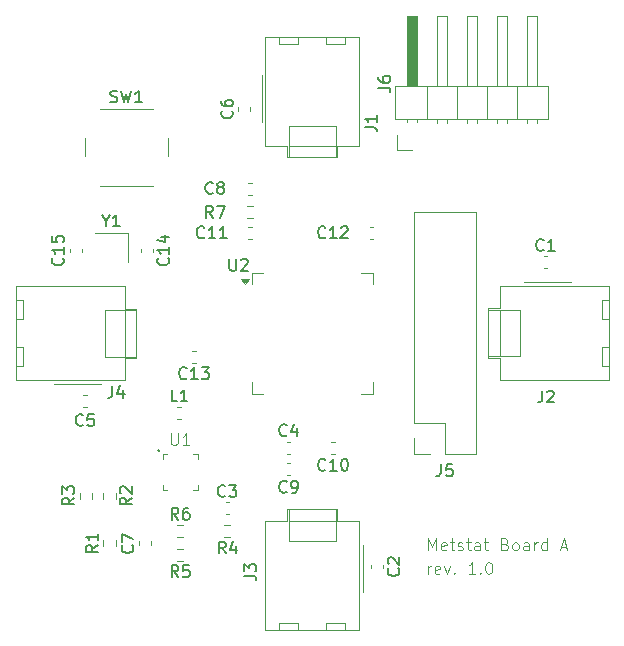
<source format=gbr>
%TF.GenerationSoftware,KiCad,Pcbnew,9.0.3*%
%TF.CreationDate,2025-08-18T23:52:33+02:00*%
%TF.ProjectId,main,6d61696e-2e6b-4696-9361-645f70636258,1.0*%
%TF.SameCoordinates,Original*%
%TF.FileFunction,Legend,Top*%
%TF.FilePolarity,Positive*%
%FSLAX46Y46*%
G04 Gerber Fmt 4.6, Leading zero omitted, Abs format (unit mm)*
G04 Created by KiCad (PCBNEW 9.0.3) date 2025-08-18 23:52:33*
%MOMM*%
%LPD*%
G01*
G04 APERTURE LIST*
%ADD10C,0.100000*%
%ADD11C,0.150000*%
%ADD12C,0.120000*%
G04 APERTURE END LIST*
D10*
X159803884Y-118372419D02*
X159803884Y-117372419D01*
X159803884Y-117372419D02*
X160137217Y-118086704D01*
X160137217Y-118086704D02*
X160470550Y-117372419D01*
X160470550Y-117372419D02*
X160470550Y-118372419D01*
X161327693Y-118324800D02*
X161232455Y-118372419D01*
X161232455Y-118372419D02*
X161041979Y-118372419D01*
X161041979Y-118372419D02*
X160946741Y-118324800D01*
X160946741Y-118324800D02*
X160899122Y-118229561D01*
X160899122Y-118229561D02*
X160899122Y-117848609D01*
X160899122Y-117848609D02*
X160946741Y-117753371D01*
X160946741Y-117753371D02*
X161041979Y-117705752D01*
X161041979Y-117705752D02*
X161232455Y-117705752D01*
X161232455Y-117705752D02*
X161327693Y-117753371D01*
X161327693Y-117753371D02*
X161375312Y-117848609D01*
X161375312Y-117848609D02*
X161375312Y-117943847D01*
X161375312Y-117943847D02*
X160899122Y-118039085D01*
X161661027Y-117705752D02*
X162041979Y-117705752D01*
X161803884Y-117372419D02*
X161803884Y-118229561D01*
X161803884Y-118229561D02*
X161851503Y-118324800D01*
X161851503Y-118324800D02*
X161946741Y-118372419D01*
X161946741Y-118372419D02*
X162041979Y-118372419D01*
X162327694Y-118324800D02*
X162422932Y-118372419D01*
X162422932Y-118372419D02*
X162613408Y-118372419D01*
X162613408Y-118372419D02*
X162708646Y-118324800D01*
X162708646Y-118324800D02*
X162756265Y-118229561D01*
X162756265Y-118229561D02*
X162756265Y-118181942D01*
X162756265Y-118181942D02*
X162708646Y-118086704D01*
X162708646Y-118086704D02*
X162613408Y-118039085D01*
X162613408Y-118039085D02*
X162470551Y-118039085D01*
X162470551Y-118039085D02*
X162375313Y-117991466D01*
X162375313Y-117991466D02*
X162327694Y-117896228D01*
X162327694Y-117896228D02*
X162327694Y-117848609D01*
X162327694Y-117848609D02*
X162375313Y-117753371D01*
X162375313Y-117753371D02*
X162470551Y-117705752D01*
X162470551Y-117705752D02*
X162613408Y-117705752D01*
X162613408Y-117705752D02*
X162708646Y-117753371D01*
X163041980Y-117705752D02*
X163422932Y-117705752D01*
X163184837Y-117372419D02*
X163184837Y-118229561D01*
X163184837Y-118229561D02*
X163232456Y-118324800D01*
X163232456Y-118324800D02*
X163327694Y-118372419D01*
X163327694Y-118372419D02*
X163422932Y-118372419D01*
X164184837Y-118372419D02*
X164184837Y-117848609D01*
X164184837Y-117848609D02*
X164137218Y-117753371D01*
X164137218Y-117753371D02*
X164041980Y-117705752D01*
X164041980Y-117705752D02*
X163851504Y-117705752D01*
X163851504Y-117705752D02*
X163756266Y-117753371D01*
X164184837Y-118324800D02*
X164089599Y-118372419D01*
X164089599Y-118372419D02*
X163851504Y-118372419D01*
X163851504Y-118372419D02*
X163756266Y-118324800D01*
X163756266Y-118324800D02*
X163708647Y-118229561D01*
X163708647Y-118229561D02*
X163708647Y-118134323D01*
X163708647Y-118134323D02*
X163756266Y-118039085D01*
X163756266Y-118039085D02*
X163851504Y-117991466D01*
X163851504Y-117991466D02*
X164089599Y-117991466D01*
X164089599Y-117991466D02*
X164184837Y-117943847D01*
X164518171Y-117705752D02*
X164899123Y-117705752D01*
X164661028Y-117372419D02*
X164661028Y-118229561D01*
X164661028Y-118229561D02*
X164708647Y-118324800D01*
X164708647Y-118324800D02*
X164803885Y-118372419D01*
X164803885Y-118372419D02*
X164899123Y-118372419D01*
X166327695Y-117848609D02*
X166470552Y-117896228D01*
X166470552Y-117896228D02*
X166518171Y-117943847D01*
X166518171Y-117943847D02*
X166565790Y-118039085D01*
X166565790Y-118039085D02*
X166565790Y-118181942D01*
X166565790Y-118181942D02*
X166518171Y-118277180D01*
X166518171Y-118277180D02*
X166470552Y-118324800D01*
X166470552Y-118324800D02*
X166375314Y-118372419D01*
X166375314Y-118372419D02*
X165994362Y-118372419D01*
X165994362Y-118372419D02*
X165994362Y-117372419D01*
X165994362Y-117372419D02*
X166327695Y-117372419D01*
X166327695Y-117372419D02*
X166422933Y-117420038D01*
X166422933Y-117420038D02*
X166470552Y-117467657D01*
X166470552Y-117467657D02*
X166518171Y-117562895D01*
X166518171Y-117562895D02*
X166518171Y-117658133D01*
X166518171Y-117658133D02*
X166470552Y-117753371D01*
X166470552Y-117753371D02*
X166422933Y-117800990D01*
X166422933Y-117800990D02*
X166327695Y-117848609D01*
X166327695Y-117848609D02*
X165994362Y-117848609D01*
X167137219Y-118372419D02*
X167041981Y-118324800D01*
X167041981Y-118324800D02*
X166994362Y-118277180D01*
X166994362Y-118277180D02*
X166946743Y-118181942D01*
X166946743Y-118181942D02*
X166946743Y-117896228D01*
X166946743Y-117896228D02*
X166994362Y-117800990D01*
X166994362Y-117800990D02*
X167041981Y-117753371D01*
X167041981Y-117753371D02*
X167137219Y-117705752D01*
X167137219Y-117705752D02*
X167280076Y-117705752D01*
X167280076Y-117705752D02*
X167375314Y-117753371D01*
X167375314Y-117753371D02*
X167422933Y-117800990D01*
X167422933Y-117800990D02*
X167470552Y-117896228D01*
X167470552Y-117896228D02*
X167470552Y-118181942D01*
X167470552Y-118181942D02*
X167422933Y-118277180D01*
X167422933Y-118277180D02*
X167375314Y-118324800D01*
X167375314Y-118324800D02*
X167280076Y-118372419D01*
X167280076Y-118372419D02*
X167137219Y-118372419D01*
X168327695Y-118372419D02*
X168327695Y-117848609D01*
X168327695Y-117848609D02*
X168280076Y-117753371D01*
X168280076Y-117753371D02*
X168184838Y-117705752D01*
X168184838Y-117705752D02*
X167994362Y-117705752D01*
X167994362Y-117705752D02*
X167899124Y-117753371D01*
X168327695Y-118324800D02*
X168232457Y-118372419D01*
X168232457Y-118372419D02*
X167994362Y-118372419D01*
X167994362Y-118372419D02*
X167899124Y-118324800D01*
X167899124Y-118324800D02*
X167851505Y-118229561D01*
X167851505Y-118229561D02*
X167851505Y-118134323D01*
X167851505Y-118134323D02*
X167899124Y-118039085D01*
X167899124Y-118039085D02*
X167994362Y-117991466D01*
X167994362Y-117991466D02*
X168232457Y-117991466D01*
X168232457Y-117991466D02*
X168327695Y-117943847D01*
X168803886Y-118372419D02*
X168803886Y-117705752D01*
X168803886Y-117896228D02*
X168851505Y-117800990D01*
X168851505Y-117800990D02*
X168899124Y-117753371D01*
X168899124Y-117753371D02*
X168994362Y-117705752D01*
X168994362Y-117705752D02*
X169089600Y-117705752D01*
X169851505Y-118372419D02*
X169851505Y-117372419D01*
X169851505Y-118324800D02*
X169756267Y-118372419D01*
X169756267Y-118372419D02*
X169565791Y-118372419D01*
X169565791Y-118372419D02*
X169470553Y-118324800D01*
X169470553Y-118324800D02*
X169422934Y-118277180D01*
X169422934Y-118277180D02*
X169375315Y-118181942D01*
X169375315Y-118181942D02*
X169375315Y-117896228D01*
X169375315Y-117896228D02*
X169422934Y-117800990D01*
X169422934Y-117800990D02*
X169470553Y-117753371D01*
X169470553Y-117753371D02*
X169565791Y-117705752D01*
X169565791Y-117705752D02*
X169756267Y-117705752D01*
X169756267Y-117705752D02*
X169851505Y-117753371D01*
X171041982Y-118086704D02*
X171518172Y-118086704D01*
X170946744Y-118372419D02*
X171280077Y-117372419D01*
X171280077Y-117372419D02*
X171613410Y-118372419D01*
X159803884Y-120372419D02*
X159803884Y-119705752D01*
X159803884Y-119896228D02*
X159851503Y-119800990D01*
X159851503Y-119800990D02*
X159899122Y-119753371D01*
X159899122Y-119753371D02*
X159994360Y-119705752D01*
X159994360Y-119705752D02*
X160089598Y-119705752D01*
X160803884Y-120324800D02*
X160708646Y-120372419D01*
X160708646Y-120372419D02*
X160518170Y-120372419D01*
X160518170Y-120372419D02*
X160422932Y-120324800D01*
X160422932Y-120324800D02*
X160375313Y-120229561D01*
X160375313Y-120229561D02*
X160375313Y-119848609D01*
X160375313Y-119848609D02*
X160422932Y-119753371D01*
X160422932Y-119753371D02*
X160518170Y-119705752D01*
X160518170Y-119705752D02*
X160708646Y-119705752D01*
X160708646Y-119705752D02*
X160803884Y-119753371D01*
X160803884Y-119753371D02*
X160851503Y-119848609D01*
X160851503Y-119848609D02*
X160851503Y-119943847D01*
X160851503Y-119943847D02*
X160375313Y-120039085D01*
X161184837Y-119705752D02*
X161422932Y-120372419D01*
X161422932Y-120372419D02*
X161661027Y-119705752D01*
X162041980Y-120277180D02*
X162089599Y-120324800D01*
X162089599Y-120324800D02*
X162041980Y-120372419D01*
X162041980Y-120372419D02*
X161994361Y-120324800D01*
X161994361Y-120324800D02*
X162041980Y-120277180D01*
X162041980Y-120277180D02*
X162041980Y-120372419D01*
X163803884Y-120372419D02*
X163232456Y-120372419D01*
X163518170Y-120372419D02*
X163518170Y-119372419D01*
X163518170Y-119372419D02*
X163422932Y-119515276D01*
X163422932Y-119515276D02*
X163327694Y-119610514D01*
X163327694Y-119610514D02*
X163232456Y-119658133D01*
X164232456Y-120277180D02*
X164280075Y-120324800D01*
X164280075Y-120324800D02*
X164232456Y-120372419D01*
X164232456Y-120372419D02*
X164184837Y-120324800D01*
X164184837Y-120324800D02*
X164232456Y-120277180D01*
X164232456Y-120277180D02*
X164232456Y-120372419D01*
X164899122Y-119372419D02*
X164994360Y-119372419D01*
X164994360Y-119372419D02*
X165089598Y-119420038D01*
X165089598Y-119420038D02*
X165137217Y-119467657D01*
X165137217Y-119467657D02*
X165184836Y-119562895D01*
X165184836Y-119562895D02*
X165232455Y-119753371D01*
X165232455Y-119753371D02*
X165232455Y-119991466D01*
X165232455Y-119991466D02*
X165184836Y-120181942D01*
X165184836Y-120181942D02*
X165137217Y-120277180D01*
X165137217Y-120277180D02*
X165089598Y-120324800D01*
X165089598Y-120324800D02*
X164994360Y-120372419D01*
X164994360Y-120372419D02*
X164899122Y-120372419D01*
X164899122Y-120372419D02*
X164803884Y-120324800D01*
X164803884Y-120324800D02*
X164756265Y-120277180D01*
X164756265Y-120277180D02*
X164708646Y-120181942D01*
X164708646Y-120181942D02*
X164661027Y-119991466D01*
X164661027Y-119991466D02*
X164661027Y-119753371D01*
X164661027Y-119753371D02*
X164708646Y-119562895D01*
X164708646Y-119562895D02*
X164756265Y-119467657D01*
X164756265Y-119467657D02*
X164803884Y-119420038D01*
X164803884Y-119420038D02*
X164899122Y-119372419D01*
D11*
X144254819Y-120533333D02*
X144969104Y-120533333D01*
X144969104Y-120533333D02*
X145111961Y-120580952D01*
X145111961Y-120580952D02*
X145207200Y-120676190D01*
X145207200Y-120676190D02*
X145254819Y-120819047D01*
X145254819Y-120819047D02*
X145254819Y-120914285D01*
X144254819Y-120152380D02*
X144254819Y-119533333D01*
X144254819Y-119533333D02*
X144635771Y-119866666D01*
X144635771Y-119866666D02*
X144635771Y-119723809D01*
X144635771Y-119723809D02*
X144683390Y-119628571D01*
X144683390Y-119628571D02*
X144731009Y-119580952D01*
X144731009Y-119580952D02*
X144826247Y-119533333D01*
X144826247Y-119533333D02*
X145064342Y-119533333D01*
X145064342Y-119533333D02*
X145159580Y-119580952D01*
X145159580Y-119580952D02*
X145207200Y-119628571D01*
X145207200Y-119628571D02*
X145254819Y-119723809D01*
X145254819Y-119723809D02*
X145254819Y-120009523D01*
X145254819Y-120009523D02*
X145207200Y-120104761D01*
X145207200Y-120104761D02*
X145159580Y-120152380D01*
X154454819Y-82533333D02*
X155169104Y-82533333D01*
X155169104Y-82533333D02*
X155311961Y-82580952D01*
X155311961Y-82580952D02*
X155407200Y-82676190D01*
X155407200Y-82676190D02*
X155454819Y-82819047D01*
X155454819Y-82819047D02*
X155454819Y-82914285D01*
X155454819Y-81533333D02*
X155454819Y-82104761D01*
X155454819Y-81819047D02*
X154454819Y-81819047D01*
X154454819Y-81819047D02*
X154597676Y-81914285D01*
X154597676Y-81914285D02*
X154692914Y-82009523D01*
X154692914Y-82009523D02*
X154740533Y-82104761D01*
X151107142Y-111539580D02*
X151059523Y-111587200D01*
X151059523Y-111587200D02*
X150916666Y-111634819D01*
X150916666Y-111634819D02*
X150821428Y-111634819D01*
X150821428Y-111634819D02*
X150678571Y-111587200D01*
X150678571Y-111587200D02*
X150583333Y-111491961D01*
X150583333Y-111491961D02*
X150535714Y-111396723D01*
X150535714Y-111396723D02*
X150488095Y-111206247D01*
X150488095Y-111206247D02*
X150488095Y-111063390D01*
X150488095Y-111063390D02*
X150535714Y-110872914D01*
X150535714Y-110872914D02*
X150583333Y-110777676D01*
X150583333Y-110777676D02*
X150678571Y-110682438D01*
X150678571Y-110682438D02*
X150821428Y-110634819D01*
X150821428Y-110634819D02*
X150916666Y-110634819D01*
X150916666Y-110634819D02*
X151059523Y-110682438D01*
X151059523Y-110682438D02*
X151107142Y-110730057D01*
X152059523Y-111634819D02*
X151488095Y-111634819D01*
X151773809Y-111634819D02*
X151773809Y-110634819D01*
X151773809Y-110634819D02*
X151678571Y-110777676D01*
X151678571Y-110777676D02*
X151583333Y-110872914D01*
X151583333Y-110872914D02*
X151488095Y-110920533D01*
X152678571Y-110634819D02*
X152773809Y-110634819D01*
X152773809Y-110634819D02*
X152869047Y-110682438D01*
X152869047Y-110682438D02*
X152916666Y-110730057D01*
X152916666Y-110730057D02*
X152964285Y-110825295D01*
X152964285Y-110825295D02*
X153011904Y-111015771D01*
X153011904Y-111015771D02*
X153011904Y-111253866D01*
X153011904Y-111253866D02*
X152964285Y-111444342D01*
X152964285Y-111444342D02*
X152916666Y-111539580D01*
X152916666Y-111539580D02*
X152869047Y-111587200D01*
X152869047Y-111587200D02*
X152773809Y-111634819D01*
X152773809Y-111634819D02*
X152678571Y-111634819D01*
X152678571Y-111634819D02*
X152583333Y-111587200D01*
X152583333Y-111587200D02*
X152535714Y-111539580D01*
X152535714Y-111539580D02*
X152488095Y-111444342D01*
X152488095Y-111444342D02*
X152440476Y-111253866D01*
X152440476Y-111253866D02*
X152440476Y-111015771D01*
X152440476Y-111015771D02*
X152488095Y-110825295D01*
X152488095Y-110825295D02*
X152535714Y-110730057D01*
X152535714Y-110730057D02*
X152583333Y-110682438D01*
X152583333Y-110682438D02*
X152678571Y-110634819D01*
X142659331Y-118643052D02*
X142325998Y-118166861D01*
X142087903Y-118643052D02*
X142087903Y-117643052D01*
X142087903Y-117643052D02*
X142468855Y-117643052D01*
X142468855Y-117643052D02*
X142564093Y-117690671D01*
X142564093Y-117690671D02*
X142611712Y-117738290D01*
X142611712Y-117738290D02*
X142659331Y-117833528D01*
X142659331Y-117833528D02*
X142659331Y-117976385D01*
X142659331Y-117976385D02*
X142611712Y-118071623D01*
X142611712Y-118071623D02*
X142564093Y-118119242D01*
X142564093Y-118119242D02*
X142468855Y-118166861D01*
X142468855Y-118166861D02*
X142087903Y-118166861D01*
X143516474Y-117976385D02*
X143516474Y-118643052D01*
X143278379Y-117595433D02*
X143040284Y-118309718D01*
X143040284Y-118309718D02*
X143659331Y-118309718D01*
X128859580Y-93642857D02*
X128907200Y-93690476D01*
X128907200Y-93690476D02*
X128954819Y-93833333D01*
X128954819Y-93833333D02*
X128954819Y-93928571D01*
X128954819Y-93928571D02*
X128907200Y-94071428D01*
X128907200Y-94071428D02*
X128811961Y-94166666D01*
X128811961Y-94166666D02*
X128716723Y-94214285D01*
X128716723Y-94214285D02*
X128526247Y-94261904D01*
X128526247Y-94261904D02*
X128383390Y-94261904D01*
X128383390Y-94261904D02*
X128192914Y-94214285D01*
X128192914Y-94214285D02*
X128097676Y-94166666D01*
X128097676Y-94166666D02*
X128002438Y-94071428D01*
X128002438Y-94071428D02*
X127954819Y-93928571D01*
X127954819Y-93928571D02*
X127954819Y-93833333D01*
X127954819Y-93833333D02*
X128002438Y-93690476D01*
X128002438Y-93690476D02*
X128050057Y-93642857D01*
X128954819Y-92690476D02*
X128954819Y-93261904D01*
X128954819Y-92976190D02*
X127954819Y-92976190D01*
X127954819Y-92976190D02*
X128097676Y-93071428D01*
X128097676Y-93071428D02*
X128192914Y-93166666D01*
X128192914Y-93166666D02*
X128240533Y-93261904D01*
X127954819Y-91785714D02*
X127954819Y-92261904D01*
X127954819Y-92261904D02*
X128431009Y-92309523D01*
X128431009Y-92309523D02*
X128383390Y-92261904D01*
X128383390Y-92261904D02*
X128335771Y-92166666D01*
X128335771Y-92166666D02*
X128335771Y-91928571D01*
X128335771Y-91928571D02*
X128383390Y-91833333D01*
X128383390Y-91833333D02*
X128431009Y-91785714D01*
X128431009Y-91785714D02*
X128526247Y-91738095D01*
X128526247Y-91738095D02*
X128764342Y-91738095D01*
X128764342Y-91738095D02*
X128859580Y-91785714D01*
X128859580Y-91785714D02*
X128907200Y-91833333D01*
X128907200Y-91833333D02*
X128954819Y-91928571D01*
X128954819Y-91928571D02*
X128954819Y-92166666D01*
X128954819Y-92166666D02*
X128907200Y-92261904D01*
X128907200Y-92261904D02*
X128859580Y-92309523D01*
X140857142Y-91859580D02*
X140809523Y-91907200D01*
X140809523Y-91907200D02*
X140666666Y-91954819D01*
X140666666Y-91954819D02*
X140571428Y-91954819D01*
X140571428Y-91954819D02*
X140428571Y-91907200D01*
X140428571Y-91907200D02*
X140333333Y-91811961D01*
X140333333Y-91811961D02*
X140285714Y-91716723D01*
X140285714Y-91716723D02*
X140238095Y-91526247D01*
X140238095Y-91526247D02*
X140238095Y-91383390D01*
X140238095Y-91383390D02*
X140285714Y-91192914D01*
X140285714Y-91192914D02*
X140333333Y-91097676D01*
X140333333Y-91097676D02*
X140428571Y-91002438D01*
X140428571Y-91002438D02*
X140571428Y-90954819D01*
X140571428Y-90954819D02*
X140666666Y-90954819D01*
X140666666Y-90954819D02*
X140809523Y-91002438D01*
X140809523Y-91002438D02*
X140857142Y-91050057D01*
X141809523Y-91954819D02*
X141238095Y-91954819D01*
X141523809Y-91954819D02*
X141523809Y-90954819D01*
X141523809Y-90954819D02*
X141428571Y-91097676D01*
X141428571Y-91097676D02*
X141333333Y-91192914D01*
X141333333Y-91192914D02*
X141238095Y-91240533D01*
X142761904Y-91954819D02*
X142190476Y-91954819D01*
X142476190Y-91954819D02*
X142476190Y-90954819D01*
X142476190Y-90954819D02*
X142380952Y-91097676D01*
X142380952Y-91097676D02*
X142285714Y-91192914D01*
X142285714Y-91192914D02*
X142190476Y-91240533D01*
X132916667Y-80407200D02*
X133059524Y-80454819D01*
X133059524Y-80454819D02*
X133297619Y-80454819D01*
X133297619Y-80454819D02*
X133392857Y-80407200D01*
X133392857Y-80407200D02*
X133440476Y-80359580D01*
X133440476Y-80359580D02*
X133488095Y-80264342D01*
X133488095Y-80264342D02*
X133488095Y-80169104D01*
X133488095Y-80169104D02*
X133440476Y-80073866D01*
X133440476Y-80073866D02*
X133392857Y-80026247D01*
X133392857Y-80026247D02*
X133297619Y-79978628D01*
X133297619Y-79978628D02*
X133107143Y-79931009D01*
X133107143Y-79931009D02*
X133011905Y-79883390D01*
X133011905Y-79883390D02*
X132964286Y-79835771D01*
X132964286Y-79835771D02*
X132916667Y-79740533D01*
X132916667Y-79740533D02*
X132916667Y-79645295D01*
X132916667Y-79645295D02*
X132964286Y-79550057D01*
X132964286Y-79550057D02*
X133011905Y-79502438D01*
X133011905Y-79502438D02*
X133107143Y-79454819D01*
X133107143Y-79454819D02*
X133345238Y-79454819D01*
X133345238Y-79454819D02*
X133488095Y-79502438D01*
X133821429Y-79454819D02*
X134059524Y-80454819D01*
X134059524Y-80454819D02*
X134250000Y-79740533D01*
X134250000Y-79740533D02*
X134440476Y-80454819D01*
X134440476Y-80454819D02*
X134678572Y-79454819D01*
X135583333Y-80454819D02*
X135011905Y-80454819D01*
X135297619Y-80454819D02*
X135297619Y-79454819D01*
X135297619Y-79454819D02*
X135202381Y-79597676D01*
X135202381Y-79597676D02*
X135107143Y-79692914D01*
X135107143Y-79692914D02*
X135011905Y-79740533D01*
X131850817Y-117924899D02*
X131374626Y-118258232D01*
X131850817Y-118496327D02*
X130850817Y-118496327D01*
X130850817Y-118496327D02*
X130850817Y-118115375D01*
X130850817Y-118115375D02*
X130898436Y-118020137D01*
X130898436Y-118020137D02*
X130946055Y-117972518D01*
X130946055Y-117972518D02*
X131041293Y-117924899D01*
X131041293Y-117924899D02*
X131184150Y-117924899D01*
X131184150Y-117924899D02*
X131279388Y-117972518D01*
X131279388Y-117972518D02*
X131327007Y-118020137D01*
X131327007Y-118020137D02*
X131374626Y-118115375D01*
X131374626Y-118115375D02*
X131374626Y-118496327D01*
X131850817Y-116972518D02*
X131850817Y-117543946D01*
X131850817Y-117258232D02*
X130850817Y-117258232D01*
X130850817Y-117258232D02*
X130993674Y-117353470D01*
X130993674Y-117353470D02*
X131088912Y-117448708D01*
X131088912Y-117448708D02*
X131136531Y-117543946D01*
X160896666Y-111094819D02*
X160896666Y-111809104D01*
X160896666Y-111809104D02*
X160849047Y-111951961D01*
X160849047Y-111951961D02*
X160753809Y-112047200D01*
X160753809Y-112047200D02*
X160610952Y-112094819D01*
X160610952Y-112094819D02*
X160515714Y-112094819D01*
X161849047Y-111094819D02*
X161372857Y-111094819D01*
X161372857Y-111094819D02*
X161325238Y-111571009D01*
X161325238Y-111571009D02*
X161372857Y-111523390D01*
X161372857Y-111523390D02*
X161468095Y-111475771D01*
X161468095Y-111475771D02*
X161706190Y-111475771D01*
X161706190Y-111475771D02*
X161801428Y-111523390D01*
X161801428Y-111523390D02*
X161849047Y-111571009D01*
X161849047Y-111571009D02*
X161896666Y-111666247D01*
X161896666Y-111666247D02*
X161896666Y-111904342D01*
X161896666Y-111904342D02*
X161849047Y-111999580D01*
X161849047Y-111999580D02*
X161801428Y-112047200D01*
X161801428Y-112047200D02*
X161706190Y-112094819D01*
X161706190Y-112094819D02*
X161468095Y-112094819D01*
X161468095Y-112094819D02*
X161372857Y-112047200D01*
X161372857Y-112047200D02*
X161325238Y-111999580D01*
X137789580Y-93642857D02*
X137837200Y-93690476D01*
X137837200Y-93690476D02*
X137884819Y-93833333D01*
X137884819Y-93833333D02*
X137884819Y-93928571D01*
X137884819Y-93928571D02*
X137837200Y-94071428D01*
X137837200Y-94071428D02*
X137741961Y-94166666D01*
X137741961Y-94166666D02*
X137646723Y-94214285D01*
X137646723Y-94214285D02*
X137456247Y-94261904D01*
X137456247Y-94261904D02*
X137313390Y-94261904D01*
X137313390Y-94261904D02*
X137122914Y-94214285D01*
X137122914Y-94214285D02*
X137027676Y-94166666D01*
X137027676Y-94166666D02*
X136932438Y-94071428D01*
X136932438Y-94071428D02*
X136884819Y-93928571D01*
X136884819Y-93928571D02*
X136884819Y-93833333D01*
X136884819Y-93833333D02*
X136932438Y-93690476D01*
X136932438Y-93690476D02*
X136980057Y-93642857D01*
X137884819Y-92690476D02*
X137884819Y-93261904D01*
X137884819Y-92976190D02*
X136884819Y-92976190D01*
X136884819Y-92976190D02*
X137027676Y-93071428D01*
X137027676Y-93071428D02*
X137122914Y-93166666D01*
X137122914Y-93166666D02*
X137170533Y-93261904D01*
X137218152Y-91833333D02*
X137884819Y-91833333D01*
X136837200Y-92071428D02*
X137551485Y-92309523D01*
X137551485Y-92309523D02*
X137551485Y-91690476D01*
X133066666Y-104454819D02*
X133066666Y-105169104D01*
X133066666Y-105169104D02*
X133019047Y-105311961D01*
X133019047Y-105311961D02*
X132923809Y-105407200D01*
X132923809Y-105407200D02*
X132780952Y-105454819D01*
X132780952Y-105454819D02*
X132685714Y-105454819D01*
X133971428Y-104788152D02*
X133971428Y-105454819D01*
X133733333Y-104407200D02*
X133495238Y-105121485D01*
X133495238Y-105121485D02*
X134114285Y-105121485D01*
X155604819Y-79198333D02*
X156319104Y-79198333D01*
X156319104Y-79198333D02*
X156461961Y-79245952D01*
X156461961Y-79245952D02*
X156557200Y-79341190D01*
X156557200Y-79341190D02*
X156604819Y-79484047D01*
X156604819Y-79484047D02*
X156604819Y-79579285D01*
X155604819Y-78293571D02*
X155604819Y-78484047D01*
X155604819Y-78484047D02*
X155652438Y-78579285D01*
X155652438Y-78579285D02*
X155700057Y-78626904D01*
X155700057Y-78626904D02*
X155842914Y-78722142D01*
X155842914Y-78722142D02*
X156033390Y-78769761D01*
X156033390Y-78769761D02*
X156414342Y-78769761D01*
X156414342Y-78769761D02*
X156509580Y-78722142D01*
X156509580Y-78722142D02*
X156557200Y-78674523D01*
X156557200Y-78674523D02*
X156604819Y-78579285D01*
X156604819Y-78579285D02*
X156604819Y-78388809D01*
X156604819Y-78388809D02*
X156557200Y-78293571D01*
X156557200Y-78293571D02*
X156509580Y-78245952D01*
X156509580Y-78245952D02*
X156414342Y-78198333D01*
X156414342Y-78198333D02*
X156176247Y-78198333D01*
X156176247Y-78198333D02*
X156081009Y-78245952D01*
X156081009Y-78245952D02*
X156033390Y-78293571D01*
X156033390Y-78293571D02*
X155985771Y-78388809D01*
X155985771Y-78388809D02*
X155985771Y-78579285D01*
X155985771Y-78579285D02*
X156033390Y-78674523D01*
X156033390Y-78674523D02*
X156081009Y-78722142D01*
X156081009Y-78722142D02*
X156176247Y-78769761D01*
X169583333Y-92929580D02*
X169535714Y-92977200D01*
X169535714Y-92977200D02*
X169392857Y-93024819D01*
X169392857Y-93024819D02*
X169297619Y-93024819D01*
X169297619Y-93024819D02*
X169154762Y-92977200D01*
X169154762Y-92977200D02*
X169059524Y-92881961D01*
X169059524Y-92881961D02*
X169011905Y-92786723D01*
X169011905Y-92786723D02*
X168964286Y-92596247D01*
X168964286Y-92596247D02*
X168964286Y-92453390D01*
X168964286Y-92453390D02*
X169011905Y-92262914D01*
X169011905Y-92262914D02*
X169059524Y-92167676D01*
X169059524Y-92167676D02*
X169154762Y-92072438D01*
X169154762Y-92072438D02*
X169297619Y-92024819D01*
X169297619Y-92024819D02*
X169392857Y-92024819D01*
X169392857Y-92024819D02*
X169535714Y-92072438D01*
X169535714Y-92072438D02*
X169583333Y-92120057D01*
X170535714Y-93024819D02*
X169964286Y-93024819D01*
X170250000Y-93024819D02*
X170250000Y-92024819D01*
X170250000Y-92024819D02*
X170154762Y-92167676D01*
X170154762Y-92167676D02*
X170059524Y-92262914D01*
X170059524Y-92262914D02*
X169964286Y-92310533D01*
D10*
X138038095Y-108457419D02*
X138038095Y-109266942D01*
X138038095Y-109266942D02*
X138085714Y-109362180D01*
X138085714Y-109362180D02*
X138133333Y-109409800D01*
X138133333Y-109409800D02*
X138228571Y-109457419D01*
X138228571Y-109457419D02*
X138419047Y-109457419D01*
X138419047Y-109457419D02*
X138514285Y-109409800D01*
X138514285Y-109409800D02*
X138561904Y-109362180D01*
X138561904Y-109362180D02*
X138609523Y-109266942D01*
X138609523Y-109266942D02*
X138609523Y-108457419D01*
X139609523Y-109457419D02*
X139038095Y-109457419D01*
X139323809Y-109457419D02*
X139323809Y-108457419D01*
X139323809Y-108457419D02*
X139228571Y-108600276D01*
X139228571Y-108600276D02*
X139133333Y-108695514D01*
X139133333Y-108695514D02*
X139038095Y-108743133D01*
D11*
X169466666Y-104854819D02*
X169466666Y-105569104D01*
X169466666Y-105569104D02*
X169419047Y-105711961D01*
X169419047Y-105711961D02*
X169323809Y-105807200D01*
X169323809Y-105807200D02*
X169180952Y-105854819D01*
X169180952Y-105854819D02*
X169085714Y-105854819D01*
X169895238Y-104950057D02*
X169942857Y-104902438D01*
X169942857Y-104902438D02*
X170038095Y-104854819D01*
X170038095Y-104854819D02*
X170276190Y-104854819D01*
X170276190Y-104854819D02*
X170371428Y-104902438D01*
X170371428Y-104902438D02*
X170419047Y-104950057D01*
X170419047Y-104950057D02*
X170466666Y-105045295D01*
X170466666Y-105045295D02*
X170466666Y-105140533D01*
X170466666Y-105140533D02*
X170419047Y-105283390D01*
X170419047Y-105283390D02*
X169847619Y-105854819D01*
X169847619Y-105854819D02*
X170466666Y-105854819D01*
X147833333Y-113407817D02*
X147785714Y-113455437D01*
X147785714Y-113455437D02*
X147642857Y-113503056D01*
X147642857Y-113503056D02*
X147547619Y-113503056D01*
X147547619Y-113503056D02*
X147404762Y-113455437D01*
X147404762Y-113455437D02*
X147309524Y-113360198D01*
X147309524Y-113360198D02*
X147261905Y-113264960D01*
X147261905Y-113264960D02*
X147214286Y-113074484D01*
X147214286Y-113074484D02*
X147214286Y-112931627D01*
X147214286Y-112931627D02*
X147261905Y-112741151D01*
X147261905Y-112741151D02*
X147309524Y-112645913D01*
X147309524Y-112645913D02*
X147404762Y-112550675D01*
X147404762Y-112550675D02*
X147547619Y-112503056D01*
X147547619Y-112503056D02*
X147642857Y-112503056D01*
X147642857Y-112503056D02*
X147785714Y-112550675D01*
X147785714Y-112550675D02*
X147833333Y-112598294D01*
X148309524Y-113503056D02*
X148500000Y-113503056D01*
X148500000Y-113503056D02*
X148595238Y-113455437D01*
X148595238Y-113455437D02*
X148642857Y-113407817D01*
X148642857Y-113407817D02*
X148738095Y-113264960D01*
X148738095Y-113264960D02*
X148785714Y-113074484D01*
X148785714Y-113074484D02*
X148785714Y-112693532D01*
X148785714Y-112693532D02*
X148738095Y-112598294D01*
X148738095Y-112598294D02*
X148690476Y-112550675D01*
X148690476Y-112550675D02*
X148595238Y-112503056D01*
X148595238Y-112503056D02*
X148404762Y-112503056D01*
X148404762Y-112503056D02*
X148309524Y-112550675D01*
X148309524Y-112550675D02*
X148261905Y-112598294D01*
X148261905Y-112598294D02*
X148214286Y-112693532D01*
X148214286Y-112693532D02*
X148214286Y-112931627D01*
X148214286Y-112931627D02*
X148261905Y-113026865D01*
X148261905Y-113026865D02*
X148309524Y-113074484D01*
X148309524Y-113074484D02*
X148404762Y-113122103D01*
X148404762Y-113122103D02*
X148595238Y-113122103D01*
X148595238Y-113122103D02*
X148690476Y-113074484D01*
X148690476Y-113074484D02*
X148738095Y-113026865D01*
X148738095Y-113026865D02*
X148785714Y-112931627D01*
X142988095Y-93704819D02*
X142988095Y-94514342D01*
X142988095Y-94514342D02*
X143035714Y-94609580D01*
X143035714Y-94609580D02*
X143083333Y-94657200D01*
X143083333Y-94657200D02*
X143178571Y-94704819D01*
X143178571Y-94704819D02*
X143369047Y-94704819D01*
X143369047Y-94704819D02*
X143464285Y-94657200D01*
X143464285Y-94657200D02*
X143511904Y-94609580D01*
X143511904Y-94609580D02*
X143559523Y-94514342D01*
X143559523Y-94514342D02*
X143559523Y-93704819D01*
X143988095Y-93800057D02*
X144035714Y-93752438D01*
X144035714Y-93752438D02*
X144130952Y-93704819D01*
X144130952Y-93704819D02*
X144369047Y-93704819D01*
X144369047Y-93704819D02*
X144464285Y-93752438D01*
X144464285Y-93752438D02*
X144511904Y-93800057D01*
X144511904Y-93800057D02*
X144559523Y-93895295D01*
X144559523Y-93895295D02*
X144559523Y-93990533D01*
X144559523Y-93990533D02*
X144511904Y-94133390D01*
X144511904Y-94133390D02*
X143940476Y-94704819D01*
X143940476Y-94704819D02*
X144559523Y-94704819D01*
X138659331Y-115783052D02*
X138325998Y-115306861D01*
X138087903Y-115783052D02*
X138087903Y-114783052D01*
X138087903Y-114783052D02*
X138468855Y-114783052D01*
X138468855Y-114783052D02*
X138564093Y-114830671D01*
X138564093Y-114830671D02*
X138611712Y-114878290D01*
X138611712Y-114878290D02*
X138659331Y-114973528D01*
X138659331Y-114973528D02*
X138659331Y-115116385D01*
X138659331Y-115116385D02*
X138611712Y-115211623D01*
X138611712Y-115211623D02*
X138564093Y-115259242D01*
X138564093Y-115259242D02*
X138468855Y-115306861D01*
X138468855Y-115306861D02*
X138087903Y-115306861D01*
X139516474Y-114783052D02*
X139325998Y-114783052D01*
X139325998Y-114783052D02*
X139230760Y-114830671D01*
X139230760Y-114830671D02*
X139183141Y-114878290D01*
X139183141Y-114878290D02*
X139087903Y-115021147D01*
X139087903Y-115021147D02*
X139040284Y-115211623D01*
X139040284Y-115211623D02*
X139040284Y-115592575D01*
X139040284Y-115592575D02*
X139087903Y-115687813D01*
X139087903Y-115687813D02*
X139135522Y-115735433D01*
X139135522Y-115735433D02*
X139230760Y-115783052D01*
X139230760Y-115783052D02*
X139421236Y-115783052D01*
X139421236Y-115783052D02*
X139516474Y-115735433D01*
X139516474Y-115735433D02*
X139564093Y-115687813D01*
X139564093Y-115687813D02*
X139611712Y-115592575D01*
X139611712Y-115592575D02*
X139611712Y-115354480D01*
X139611712Y-115354480D02*
X139564093Y-115259242D01*
X139564093Y-115259242D02*
X139516474Y-115211623D01*
X139516474Y-115211623D02*
X139421236Y-115164004D01*
X139421236Y-115164004D02*
X139230760Y-115164004D01*
X139230760Y-115164004D02*
X139135522Y-115211623D01*
X139135522Y-115211623D02*
X139087903Y-115259242D01*
X139087903Y-115259242D02*
X139040284Y-115354480D01*
X142633333Y-113759580D02*
X142585714Y-113807200D01*
X142585714Y-113807200D02*
X142442857Y-113854819D01*
X142442857Y-113854819D02*
X142347619Y-113854819D01*
X142347619Y-113854819D02*
X142204762Y-113807200D01*
X142204762Y-113807200D02*
X142109524Y-113711961D01*
X142109524Y-113711961D02*
X142061905Y-113616723D01*
X142061905Y-113616723D02*
X142014286Y-113426247D01*
X142014286Y-113426247D02*
X142014286Y-113283390D01*
X142014286Y-113283390D02*
X142061905Y-113092914D01*
X142061905Y-113092914D02*
X142109524Y-112997676D01*
X142109524Y-112997676D02*
X142204762Y-112902438D01*
X142204762Y-112902438D02*
X142347619Y-112854819D01*
X142347619Y-112854819D02*
X142442857Y-112854819D01*
X142442857Y-112854819D02*
X142585714Y-112902438D01*
X142585714Y-112902438D02*
X142633333Y-112950057D01*
X142966667Y-112854819D02*
X143585714Y-112854819D01*
X143585714Y-112854819D02*
X143252381Y-113235771D01*
X143252381Y-113235771D02*
X143395238Y-113235771D01*
X143395238Y-113235771D02*
X143490476Y-113283390D01*
X143490476Y-113283390D02*
X143538095Y-113331009D01*
X143538095Y-113331009D02*
X143585714Y-113426247D01*
X143585714Y-113426247D02*
X143585714Y-113664342D01*
X143585714Y-113664342D02*
X143538095Y-113759580D01*
X143538095Y-113759580D02*
X143490476Y-113807200D01*
X143490476Y-113807200D02*
X143395238Y-113854819D01*
X143395238Y-113854819D02*
X143109524Y-113854819D01*
X143109524Y-113854819D02*
X143014286Y-113807200D01*
X143014286Y-113807200D02*
X142966667Y-113759580D01*
X147833333Y-108609580D02*
X147785714Y-108657200D01*
X147785714Y-108657200D02*
X147642857Y-108704819D01*
X147642857Y-108704819D02*
X147547619Y-108704819D01*
X147547619Y-108704819D02*
X147404762Y-108657200D01*
X147404762Y-108657200D02*
X147309524Y-108561961D01*
X147309524Y-108561961D02*
X147261905Y-108466723D01*
X147261905Y-108466723D02*
X147214286Y-108276247D01*
X147214286Y-108276247D02*
X147214286Y-108133390D01*
X147214286Y-108133390D02*
X147261905Y-107942914D01*
X147261905Y-107942914D02*
X147309524Y-107847676D01*
X147309524Y-107847676D02*
X147404762Y-107752438D01*
X147404762Y-107752438D02*
X147547619Y-107704819D01*
X147547619Y-107704819D02*
X147642857Y-107704819D01*
X147642857Y-107704819D02*
X147785714Y-107752438D01*
X147785714Y-107752438D02*
X147833333Y-107800057D01*
X148690476Y-108038152D02*
X148690476Y-108704819D01*
X148452381Y-107657200D02*
X148214286Y-108371485D01*
X148214286Y-108371485D02*
X148833333Y-108371485D01*
X138659331Y-120643052D02*
X138325998Y-120166861D01*
X138087903Y-120643052D02*
X138087903Y-119643052D01*
X138087903Y-119643052D02*
X138468855Y-119643052D01*
X138468855Y-119643052D02*
X138564093Y-119690671D01*
X138564093Y-119690671D02*
X138611712Y-119738290D01*
X138611712Y-119738290D02*
X138659331Y-119833528D01*
X138659331Y-119833528D02*
X138659331Y-119976385D01*
X138659331Y-119976385D02*
X138611712Y-120071623D01*
X138611712Y-120071623D02*
X138564093Y-120119242D01*
X138564093Y-120119242D02*
X138468855Y-120166861D01*
X138468855Y-120166861D02*
X138087903Y-120166861D01*
X139564093Y-119643052D02*
X139087903Y-119643052D01*
X139087903Y-119643052D02*
X139040284Y-120119242D01*
X139040284Y-120119242D02*
X139087903Y-120071623D01*
X139087903Y-120071623D02*
X139183141Y-120024004D01*
X139183141Y-120024004D02*
X139421236Y-120024004D01*
X139421236Y-120024004D02*
X139516474Y-120071623D01*
X139516474Y-120071623D02*
X139564093Y-120119242D01*
X139564093Y-120119242D02*
X139611712Y-120214480D01*
X139611712Y-120214480D02*
X139611712Y-120452575D01*
X139611712Y-120452575D02*
X139564093Y-120547813D01*
X139564093Y-120547813D02*
X139516474Y-120595433D01*
X139516474Y-120595433D02*
X139421236Y-120643052D01*
X139421236Y-120643052D02*
X139183141Y-120643052D01*
X139183141Y-120643052D02*
X139087903Y-120595433D01*
X139087903Y-120595433D02*
X139040284Y-120547813D01*
X138583333Y-105774819D02*
X138107143Y-105774819D01*
X138107143Y-105774819D02*
X138107143Y-104774819D01*
X139440476Y-105774819D02*
X138869048Y-105774819D01*
X139154762Y-105774819D02*
X139154762Y-104774819D01*
X139154762Y-104774819D02*
X139059524Y-104917676D01*
X139059524Y-104917676D02*
X138964286Y-105012914D01*
X138964286Y-105012914D02*
X138869048Y-105060533D01*
X143179580Y-81166666D02*
X143227200Y-81214285D01*
X143227200Y-81214285D02*
X143274819Y-81357142D01*
X143274819Y-81357142D02*
X143274819Y-81452380D01*
X143274819Y-81452380D02*
X143227200Y-81595237D01*
X143227200Y-81595237D02*
X143131961Y-81690475D01*
X143131961Y-81690475D02*
X143036723Y-81738094D01*
X143036723Y-81738094D02*
X142846247Y-81785713D01*
X142846247Y-81785713D02*
X142703390Y-81785713D01*
X142703390Y-81785713D02*
X142512914Y-81738094D01*
X142512914Y-81738094D02*
X142417676Y-81690475D01*
X142417676Y-81690475D02*
X142322438Y-81595237D01*
X142322438Y-81595237D02*
X142274819Y-81452380D01*
X142274819Y-81452380D02*
X142274819Y-81357142D01*
X142274819Y-81357142D02*
X142322438Y-81214285D01*
X142322438Y-81214285D02*
X142370057Y-81166666D01*
X142274819Y-80309523D02*
X142274819Y-80499999D01*
X142274819Y-80499999D02*
X142322438Y-80595237D01*
X142322438Y-80595237D02*
X142370057Y-80642856D01*
X142370057Y-80642856D02*
X142512914Y-80738094D01*
X142512914Y-80738094D02*
X142703390Y-80785713D01*
X142703390Y-80785713D02*
X143084342Y-80785713D01*
X143084342Y-80785713D02*
X143179580Y-80738094D01*
X143179580Y-80738094D02*
X143227200Y-80690475D01*
X143227200Y-80690475D02*
X143274819Y-80595237D01*
X143274819Y-80595237D02*
X143274819Y-80404761D01*
X143274819Y-80404761D02*
X143227200Y-80309523D01*
X143227200Y-80309523D02*
X143179580Y-80261904D01*
X143179580Y-80261904D02*
X143084342Y-80214285D01*
X143084342Y-80214285D02*
X142846247Y-80214285D01*
X142846247Y-80214285D02*
X142751009Y-80261904D01*
X142751009Y-80261904D02*
X142703390Y-80309523D01*
X142703390Y-80309523D02*
X142655771Y-80404761D01*
X142655771Y-80404761D02*
X142655771Y-80595237D01*
X142655771Y-80595237D02*
X142703390Y-80690475D01*
X142703390Y-80690475D02*
X142751009Y-80738094D01*
X142751009Y-80738094D02*
X142846247Y-80785713D01*
X134710817Y-113924899D02*
X134234626Y-114258232D01*
X134710817Y-114496327D02*
X133710817Y-114496327D01*
X133710817Y-114496327D02*
X133710817Y-114115375D01*
X133710817Y-114115375D02*
X133758436Y-114020137D01*
X133758436Y-114020137D02*
X133806055Y-113972518D01*
X133806055Y-113972518D02*
X133901293Y-113924899D01*
X133901293Y-113924899D02*
X134044150Y-113924899D01*
X134044150Y-113924899D02*
X134139388Y-113972518D01*
X134139388Y-113972518D02*
X134187007Y-114020137D01*
X134187007Y-114020137D02*
X134234626Y-114115375D01*
X134234626Y-114115375D02*
X134234626Y-114496327D01*
X133806055Y-113543946D02*
X133758436Y-113496327D01*
X133758436Y-113496327D02*
X133710817Y-113401089D01*
X133710817Y-113401089D02*
X133710817Y-113162994D01*
X133710817Y-113162994D02*
X133758436Y-113067756D01*
X133758436Y-113067756D02*
X133806055Y-113020137D01*
X133806055Y-113020137D02*
X133901293Y-112972518D01*
X133901293Y-112972518D02*
X133996531Y-112972518D01*
X133996531Y-112972518D02*
X134139388Y-113020137D01*
X134139388Y-113020137D02*
X134710817Y-113591565D01*
X134710817Y-113591565D02*
X134710817Y-112972518D01*
X129850817Y-113924899D02*
X129374626Y-114258232D01*
X129850817Y-114496327D02*
X128850817Y-114496327D01*
X128850817Y-114496327D02*
X128850817Y-114115375D01*
X128850817Y-114115375D02*
X128898436Y-114020137D01*
X128898436Y-114020137D02*
X128946055Y-113972518D01*
X128946055Y-113972518D02*
X129041293Y-113924899D01*
X129041293Y-113924899D02*
X129184150Y-113924899D01*
X129184150Y-113924899D02*
X129279388Y-113972518D01*
X129279388Y-113972518D02*
X129327007Y-114020137D01*
X129327007Y-114020137D02*
X129374626Y-114115375D01*
X129374626Y-114115375D02*
X129374626Y-114496327D01*
X128850817Y-113591565D02*
X128850817Y-112972518D01*
X128850817Y-112972518D02*
X129231769Y-113305851D01*
X129231769Y-113305851D02*
X129231769Y-113162994D01*
X129231769Y-113162994D02*
X129279388Y-113067756D01*
X129279388Y-113067756D02*
X129327007Y-113020137D01*
X129327007Y-113020137D02*
X129422245Y-112972518D01*
X129422245Y-112972518D02*
X129660340Y-112972518D01*
X129660340Y-112972518D02*
X129755578Y-113020137D01*
X129755578Y-113020137D02*
X129803198Y-113067756D01*
X129803198Y-113067756D02*
X129850817Y-113162994D01*
X129850817Y-113162994D02*
X129850817Y-113448708D01*
X129850817Y-113448708D02*
X129803198Y-113543946D01*
X129803198Y-113543946D02*
X129755578Y-113591565D01*
X141583333Y-90204819D02*
X141250000Y-89728628D01*
X141011905Y-90204819D02*
X141011905Y-89204819D01*
X141011905Y-89204819D02*
X141392857Y-89204819D01*
X141392857Y-89204819D02*
X141488095Y-89252438D01*
X141488095Y-89252438D02*
X141535714Y-89300057D01*
X141535714Y-89300057D02*
X141583333Y-89395295D01*
X141583333Y-89395295D02*
X141583333Y-89538152D01*
X141583333Y-89538152D02*
X141535714Y-89633390D01*
X141535714Y-89633390D02*
X141488095Y-89681009D01*
X141488095Y-89681009D02*
X141392857Y-89728628D01*
X141392857Y-89728628D02*
X141011905Y-89728628D01*
X141916667Y-89204819D02*
X142583333Y-89204819D01*
X142583333Y-89204819D02*
X142154762Y-90204819D01*
X130583333Y-107759580D02*
X130535714Y-107807200D01*
X130535714Y-107807200D02*
X130392857Y-107854819D01*
X130392857Y-107854819D02*
X130297619Y-107854819D01*
X130297619Y-107854819D02*
X130154762Y-107807200D01*
X130154762Y-107807200D02*
X130059524Y-107711961D01*
X130059524Y-107711961D02*
X130011905Y-107616723D01*
X130011905Y-107616723D02*
X129964286Y-107426247D01*
X129964286Y-107426247D02*
X129964286Y-107283390D01*
X129964286Y-107283390D02*
X130011905Y-107092914D01*
X130011905Y-107092914D02*
X130059524Y-106997676D01*
X130059524Y-106997676D02*
X130154762Y-106902438D01*
X130154762Y-106902438D02*
X130297619Y-106854819D01*
X130297619Y-106854819D02*
X130392857Y-106854819D01*
X130392857Y-106854819D02*
X130535714Y-106902438D01*
X130535714Y-106902438D02*
X130583333Y-106950057D01*
X131488095Y-106854819D02*
X131011905Y-106854819D01*
X131011905Y-106854819D02*
X130964286Y-107331009D01*
X130964286Y-107331009D02*
X131011905Y-107283390D01*
X131011905Y-107283390D02*
X131107143Y-107235771D01*
X131107143Y-107235771D02*
X131345238Y-107235771D01*
X131345238Y-107235771D02*
X131440476Y-107283390D01*
X131440476Y-107283390D02*
X131488095Y-107331009D01*
X131488095Y-107331009D02*
X131535714Y-107426247D01*
X131535714Y-107426247D02*
X131535714Y-107664342D01*
X131535714Y-107664342D02*
X131488095Y-107759580D01*
X131488095Y-107759580D02*
X131440476Y-107807200D01*
X131440476Y-107807200D02*
X131345238Y-107854819D01*
X131345238Y-107854819D02*
X131107143Y-107854819D01*
X131107143Y-107854819D02*
X131011905Y-107807200D01*
X131011905Y-107807200D02*
X130964286Y-107759580D01*
X141583333Y-88109580D02*
X141535714Y-88157200D01*
X141535714Y-88157200D02*
X141392857Y-88204819D01*
X141392857Y-88204819D02*
X141297619Y-88204819D01*
X141297619Y-88204819D02*
X141154762Y-88157200D01*
X141154762Y-88157200D02*
X141059524Y-88061961D01*
X141059524Y-88061961D02*
X141011905Y-87966723D01*
X141011905Y-87966723D02*
X140964286Y-87776247D01*
X140964286Y-87776247D02*
X140964286Y-87633390D01*
X140964286Y-87633390D02*
X141011905Y-87442914D01*
X141011905Y-87442914D02*
X141059524Y-87347676D01*
X141059524Y-87347676D02*
X141154762Y-87252438D01*
X141154762Y-87252438D02*
X141297619Y-87204819D01*
X141297619Y-87204819D02*
X141392857Y-87204819D01*
X141392857Y-87204819D02*
X141535714Y-87252438D01*
X141535714Y-87252438D02*
X141583333Y-87300057D01*
X142154762Y-87633390D02*
X142059524Y-87585771D01*
X142059524Y-87585771D02*
X142011905Y-87538152D01*
X142011905Y-87538152D02*
X141964286Y-87442914D01*
X141964286Y-87442914D02*
X141964286Y-87395295D01*
X141964286Y-87395295D02*
X142011905Y-87300057D01*
X142011905Y-87300057D02*
X142059524Y-87252438D01*
X142059524Y-87252438D02*
X142154762Y-87204819D01*
X142154762Y-87204819D02*
X142345238Y-87204819D01*
X142345238Y-87204819D02*
X142440476Y-87252438D01*
X142440476Y-87252438D02*
X142488095Y-87300057D01*
X142488095Y-87300057D02*
X142535714Y-87395295D01*
X142535714Y-87395295D02*
X142535714Y-87442914D01*
X142535714Y-87442914D02*
X142488095Y-87538152D01*
X142488095Y-87538152D02*
X142440476Y-87585771D01*
X142440476Y-87585771D02*
X142345238Y-87633390D01*
X142345238Y-87633390D02*
X142154762Y-87633390D01*
X142154762Y-87633390D02*
X142059524Y-87681009D01*
X142059524Y-87681009D02*
X142011905Y-87728628D01*
X142011905Y-87728628D02*
X141964286Y-87823866D01*
X141964286Y-87823866D02*
X141964286Y-88014342D01*
X141964286Y-88014342D02*
X142011905Y-88109580D01*
X142011905Y-88109580D02*
X142059524Y-88157200D01*
X142059524Y-88157200D02*
X142154762Y-88204819D01*
X142154762Y-88204819D02*
X142345238Y-88204819D01*
X142345238Y-88204819D02*
X142440476Y-88157200D01*
X142440476Y-88157200D02*
X142488095Y-88109580D01*
X142488095Y-88109580D02*
X142535714Y-88014342D01*
X142535714Y-88014342D02*
X142535714Y-87823866D01*
X142535714Y-87823866D02*
X142488095Y-87728628D01*
X142488095Y-87728628D02*
X142440476Y-87681009D01*
X142440476Y-87681009D02*
X142345238Y-87633390D01*
X132523809Y-90478628D02*
X132523809Y-90954819D01*
X132190476Y-89954819D02*
X132523809Y-90478628D01*
X132523809Y-90478628D02*
X132857142Y-89954819D01*
X133714285Y-90954819D02*
X133142857Y-90954819D01*
X133428571Y-90954819D02*
X133428571Y-89954819D01*
X133428571Y-89954819D02*
X133333333Y-90097676D01*
X133333333Y-90097676D02*
X133238095Y-90192914D01*
X133238095Y-90192914D02*
X133142857Y-90240533D01*
X134759580Y-117966666D02*
X134807200Y-118014285D01*
X134807200Y-118014285D02*
X134854819Y-118157142D01*
X134854819Y-118157142D02*
X134854819Y-118252380D01*
X134854819Y-118252380D02*
X134807200Y-118395237D01*
X134807200Y-118395237D02*
X134711961Y-118490475D01*
X134711961Y-118490475D02*
X134616723Y-118538094D01*
X134616723Y-118538094D02*
X134426247Y-118585713D01*
X134426247Y-118585713D02*
X134283390Y-118585713D01*
X134283390Y-118585713D02*
X134092914Y-118538094D01*
X134092914Y-118538094D02*
X133997676Y-118490475D01*
X133997676Y-118490475D02*
X133902438Y-118395237D01*
X133902438Y-118395237D02*
X133854819Y-118252380D01*
X133854819Y-118252380D02*
X133854819Y-118157142D01*
X133854819Y-118157142D02*
X133902438Y-118014285D01*
X133902438Y-118014285D02*
X133950057Y-117966666D01*
X133854819Y-117633332D02*
X133854819Y-116966666D01*
X133854819Y-116966666D02*
X134854819Y-117395237D01*
X151107142Y-91859580D02*
X151059523Y-91907200D01*
X151059523Y-91907200D02*
X150916666Y-91954819D01*
X150916666Y-91954819D02*
X150821428Y-91954819D01*
X150821428Y-91954819D02*
X150678571Y-91907200D01*
X150678571Y-91907200D02*
X150583333Y-91811961D01*
X150583333Y-91811961D02*
X150535714Y-91716723D01*
X150535714Y-91716723D02*
X150488095Y-91526247D01*
X150488095Y-91526247D02*
X150488095Y-91383390D01*
X150488095Y-91383390D02*
X150535714Y-91192914D01*
X150535714Y-91192914D02*
X150583333Y-91097676D01*
X150583333Y-91097676D02*
X150678571Y-91002438D01*
X150678571Y-91002438D02*
X150821428Y-90954819D01*
X150821428Y-90954819D02*
X150916666Y-90954819D01*
X150916666Y-90954819D02*
X151059523Y-91002438D01*
X151059523Y-91002438D02*
X151107142Y-91050057D01*
X152059523Y-91954819D02*
X151488095Y-91954819D01*
X151773809Y-91954819D02*
X151773809Y-90954819D01*
X151773809Y-90954819D02*
X151678571Y-91097676D01*
X151678571Y-91097676D02*
X151583333Y-91192914D01*
X151583333Y-91192914D02*
X151488095Y-91240533D01*
X152440476Y-91050057D02*
X152488095Y-91002438D01*
X152488095Y-91002438D02*
X152583333Y-90954819D01*
X152583333Y-90954819D02*
X152821428Y-90954819D01*
X152821428Y-90954819D02*
X152916666Y-91002438D01*
X152916666Y-91002438D02*
X152964285Y-91050057D01*
X152964285Y-91050057D02*
X153011904Y-91145295D01*
X153011904Y-91145295D02*
X153011904Y-91240533D01*
X153011904Y-91240533D02*
X152964285Y-91383390D01*
X152964285Y-91383390D02*
X152392857Y-91954819D01*
X152392857Y-91954819D02*
X153011904Y-91954819D01*
X139357142Y-103789580D02*
X139309523Y-103837200D01*
X139309523Y-103837200D02*
X139166666Y-103884819D01*
X139166666Y-103884819D02*
X139071428Y-103884819D01*
X139071428Y-103884819D02*
X138928571Y-103837200D01*
X138928571Y-103837200D02*
X138833333Y-103741961D01*
X138833333Y-103741961D02*
X138785714Y-103646723D01*
X138785714Y-103646723D02*
X138738095Y-103456247D01*
X138738095Y-103456247D02*
X138738095Y-103313390D01*
X138738095Y-103313390D02*
X138785714Y-103122914D01*
X138785714Y-103122914D02*
X138833333Y-103027676D01*
X138833333Y-103027676D02*
X138928571Y-102932438D01*
X138928571Y-102932438D02*
X139071428Y-102884819D01*
X139071428Y-102884819D02*
X139166666Y-102884819D01*
X139166666Y-102884819D02*
X139309523Y-102932438D01*
X139309523Y-102932438D02*
X139357142Y-102980057D01*
X140309523Y-103884819D02*
X139738095Y-103884819D01*
X140023809Y-103884819D02*
X140023809Y-102884819D01*
X140023809Y-102884819D02*
X139928571Y-103027676D01*
X139928571Y-103027676D02*
X139833333Y-103122914D01*
X139833333Y-103122914D02*
X139738095Y-103170533D01*
X140642857Y-102884819D02*
X141261904Y-102884819D01*
X141261904Y-102884819D02*
X140928571Y-103265771D01*
X140928571Y-103265771D02*
X141071428Y-103265771D01*
X141071428Y-103265771D02*
X141166666Y-103313390D01*
X141166666Y-103313390D02*
X141214285Y-103361009D01*
X141214285Y-103361009D02*
X141261904Y-103456247D01*
X141261904Y-103456247D02*
X141261904Y-103694342D01*
X141261904Y-103694342D02*
X141214285Y-103789580D01*
X141214285Y-103789580D02*
X141166666Y-103837200D01*
X141166666Y-103837200D02*
X141071428Y-103884819D01*
X141071428Y-103884819D02*
X140785714Y-103884819D01*
X140785714Y-103884819D02*
X140690476Y-103837200D01*
X140690476Y-103837200D02*
X140642857Y-103789580D01*
X157289580Y-119916666D02*
X157337200Y-119964285D01*
X157337200Y-119964285D02*
X157384819Y-120107142D01*
X157384819Y-120107142D02*
X157384819Y-120202380D01*
X157384819Y-120202380D02*
X157337200Y-120345237D01*
X157337200Y-120345237D02*
X157241961Y-120440475D01*
X157241961Y-120440475D02*
X157146723Y-120488094D01*
X157146723Y-120488094D02*
X156956247Y-120535713D01*
X156956247Y-120535713D02*
X156813390Y-120535713D01*
X156813390Y-120535713D02*
X156622914Y-120488094D01*
X156622914Y-120488094D02*
X156527676Y-120440475D01*
X156527676Y-120440475D02*
X156432438Y-120345237D01*
X156432438Y-120345237D02*
X156384819Y-120202380D01*
X156384819Y-120202380D02*
X156384819Y-120107142D01*
X156384819Y-120107142D02*
X156432438Y-119964285D01*
X156432438Y-119964285D02*
X156480057Y-119916666D01*
X156480057Y-119535713D02*
X156432438Y-119488094D01*
X156432438Y-119488094D02*
X156384819Y-119392856D01*
X156384819Y-119392856D02*
X156384819Y-119154761D01*
X156384819Y-119154761D02*
X156432438Y-119059523D01*
X156432438Y-119059523D02*
X156480057Y-119011904D01*
X156480057Y-119011904D02*
X156575295Y-118964285D01*
X156575295Y-118964285D02*
X156670533Y-118964285D01*
X156670533Y-118964285D02*
X156813390Y-119011904D01*
X156813390Y-119011904D02*
X157384819Y-119583332D01*
X157384819Y-119583332D02*
X157384819Y-118964285D01*
D12*
%TO.C,J3*%
X146000000Y-115890000D02*
X147905000Y-115890000D01*
X146000000Y-125115000D02*
X146000000Y-115890000D01*
X147220000Y-124515000D02*
X147220000Y-125115000D01*
X147905000Y-114885000D02*
X152095000Y-114885000D01*
X147905000Y-115890000D02*
X147905000Y-114885000D01*
X148020000Y-115885000D02*
X148020000Y-114885000D01*
X148020000Y-117555000D02*
X148020000Y-115885000D01*
X148820000Y-124515000D02*
X147220000Y-124515000D01*
X148820000Y-125115000D02*
X148820000Y-124515000D01*
X151180000Y-124515000D02*
X151180000Y-125115000D01*
X151980000Y-114885000D02*
X151980000Y-115885000D01*
X151980000Y-115885000D02*
X148020000Y-115885000D01*
X151980000Y-115885000D02*
X151980000Y-117555000D01*
X151980000Y-117555000D02*
X148020000Y-117555000D01*
X152095000Y-114885000D02*
X152095000Y-115890000D01*
X152095000Y-115890000D02*
X154000000Y-115890000D01*
X152780000Y-124515000D02*
X151180000Y-124515000D01*
X152780000Y-125115000D02*
X152780000Y-124515000D01*
X154000000Y-115890000D02*
X154000000Y-125115000D01*
X154000000Y-125115000D02*
X146000000Y-125115000D01*
X154290000Y-121895000D02*
X154290000Y-117895000D01*
%TO.C,J1*%
X145710000Y-78105000D02*
X145710000Y-82105000D01*
X146000000Y-74885000D02*
X154000000Y-74885000D01*
X146000000Y-84110000D02*
X146000000Y-74885000D01*
X147220000Y-74885000D02*
X147220000Y-75485000D01*
X147220000Y-75485000D02*
X148820000Y-75485000D01*
X147905000Y-84110000D02*
X146000000Y-84110000D01*
X147905000Y-85115000D02*
X147905000Y-84110000D01*
X148020000Y-82445000D02*
X151980000Y-82445000D01*
X148020000Y-84115000D02*
X148020000Y-82445000D01*
X148020000Y-84115000D02*
X151980000Y-84115000D01*
X148020000Y-85115000D02*
X148020000Y-84115000D01*
X148820000Y-75485000D02*
X148820000Y-74885000D01*
X151180000Y-74885000D02*
X151180000Y-75485000D01*
X151180000Y-75485000D02*
X152780000Y-75485000D01*
X151980000Y-82445000D02*
X151980000Y-84115000D01*
X151980000Y-84115000D02*
X151980000Y-85115000D01*
X152095000Y-84110000D02*
X152095000Y-85115000D01*
X152095000Y-85115000D02*
X147905000Y-85115000D01*
X152780000Y-75485000D02*
X152780000Y-74885000D01*
X154000000Y-74885000D02*
X154000000Y-84110000D01*
X154000000Y-84110000D02*
X152095000Y-84110000D01*
%TO.C,C10*%
X151896267Y-109240000D02*
X151603733Y-109240000D01*
X151896267Y-110260000D02*
X151603733Y-110260000D01*
%TO.C,R4*%
X143080722Y-116235733D02*
X142571274Y-116235733D01*
X143080722Y-117280733D02*
X142571274Y-117280733D01*
%TO.C,C15*%
X129490000Y-93146267D02*
X129490000Y-92853733D01*
X130510000Y-93146267D02*
X130510000Y-92853733D01*
%TO.C,C11*%
X144896267Y-90990000D02*
X144603733Y-90990000D01*
X144896267Y-92010000D02*
X144603733Y-92010000D01*
%TO.C,SW1*%
X130750000Y-83500000D02*
X130750000Y-85000000D01*
X132000000Y-87500000D02*
X136500000Y-87500000D01*
X136500000Y-81000000D02*
X132000000Y-81000000D01*
X137750000Y-85000000D02*
X137750000Y-83500000D01*
%TO.C,R1*%
X132303498Y-118012957D02*
X132303498Y-117503509D01*
X133348498Y-118012957D02*
X133348498Y-117503509D01*
%TO.C,J5*%
X158630000Y-107600000D02*
X158630000Y-89760000D01*
X158630000Y-110200000D02*
X158630000Y-108870000D01*
X159960000Y-110200000D02*
X158630000Y-110200000D01*
X161230000Y-107600000D02*
X158630000Y-107600000D01*
X161230000Y-110200000D02*
X161230000Y-107600000D01*
X163830000Y-89760000D02*
X158630000Y-89760000D01*
X163830000Y-110200000D02*
X161230000Y-110200000D01*
X163830000Y-110200000D02*
X163830000Y-89760000D01*
%TO.C,C14*%
X135490000Y-92853733D02*
X135490000Y-93146267D01*
X136510000Y-92853733D02*
X136510000Y-93146267D01*
%TO.C,J4*%
X124885000Y-96000000D02*
X134110000Y-96000000D01*
X124885000Y-98820000D02*
X125485000Y-98820000D01*
X124885000Y-102780000D02*
X125485000Y-102780000D01*
X124885000Y-104000000D02*
X124885000Y-96000000D01*
X125485000Y-97220000D02*
X124885000Y-97220000D01*
X125485000Y-98820000D02*
X125485000Y-97220000D01*
X125485000Y-101180000D02*
X124885000Y-101180000D01*
X125485000Y-102780000D02*
X125485000Y-101180000D01*
X128105000Y-104290000D02*
X132105000Y-104290000D01*
X132445000Y-98020000D02*
X134115000Y-98020000D01*
X132445000Y-101980000D02*
X132445000Y-98020000D01*
X134110000Y-96000000D02*
X134110000Y-97905000D01*
X134110000Y-97905000D02*
X135115000Y-97905000D01*
X134110000Y-102095000D02*
X134110000Y-104000000D01*
X134110000Y-104000000D02*
X124885000Y-104000000D01*
X134115000Y-98020000D02*
X135115000Y-98020000D01*
X134115000Y-101980000D02*
X132445000Y-101980000D01*
X134115000Y-101980000D02*
X134115000Y-98020000D01*
X135115000Y-97905000D02*
X135115000Y-102095000D01*
X135115000Y-101980000D02*
X134115000Y-101980000D01*
X135115000Y-102095000D02*
X134110000Y-102095000D01*
%TO.C,J6*%
X157040000Y-79100000D02*
X157040000Y-81860000D01*
X157040000Y-81860000D02*
X169960000Y-81860000D01*
X157150000Y-84520000D02*
X157150000Y-83250000D01*
X157990000Y-82090000D02*
X157990000Y-81860000D01*
X158420000Y-84520000D02*
X157150000Y-84520000D01*
X158850000Y-82090000D02*
X158850000Y-81860000D01*
X159690000Y-81860000D02*
X159690000Y-79100000D01*
X160530000Y-73100000D02*
X161390000Y-73100000D01*
X160530000Y-79100000D02*
X160530000Y-73100000D01*
X160530000Y-82172642D02*
X160530000Y-81860000D01*
X161390000Y-73100000D02*
X161390000Y-79100000D01*
X161390000Y-82172642D02*
X161390000Y-81860000D01*
X162230000Y-81860000D02*
X162230000Y-79100000D01*
X163070000Y-73100000D02*
X163930000Y-73100000D01*
X163070000Y-79100000D02*
X163070000Y-73100000D01*
X163070000Y-82172642D02*
X163070000Y-81860000D01*
X163930000Y-73100000D02*
X163930000Y-79100000D01*
X163930000Y-82172642D02*
X163930000Y-81860000D01*
X164770000Y-81860000D02*
X164770000Y-79100000D01*
X165610000Y-73100000D02*
X166470000Y-73100000D01*
X165610000Y-79100000D02*
X165610000Y-73100000D01*
X165610000Y-82172642D02*
X165610000Y-81860000D01*
X166470000Y-73100000D02*
X166470000Y-79100000D01*
X166470000Y-82172642D02*
X166470000Y-81860000D01*
X167310000Y-81860000D02*
X167310000Y-79100000D01*
X168150000Y-73100000D02*
X169010000Y-73100000D01*
X168150000Y-79100000D02*
X168150000Y-73100000D01*
X168150000Y-82172642D02*
X168150000Y-81860000D01*
X169010000Y-73100000D02*
X169010000Y-79100000D01*
X169010000Y-82172642D02*
X169010000Y-81860000D01*
X169960000Y-79100000D02*
X157040000Y-79100000D01*
X169960000Y-81860000D02*
X169960000Y-79100000D01*
X157990000Y-79100000D02*
X158850000Y-79100000D01*
X158850000Y-73100000D01*
X157990000Y-73100000D01*
X157990000Y-79100000D01*
G36*
X157990000Y-79100000D02*
G01*
X158850000Y-79100000D01*
X158850000Y-73100000D01*
X157990000Y-73100000D01*
X157990000Y-79100000D01*
G37*
%TO.C,C1*%
X169603733Y-93490000D02*
X169896267Y-93490000D01*
X169603733Y-94510000D02*
X169896267Y-94510000D01*
D10*
%TO.C,U1*%
X137325998Y-110258233D02*
X137325998Y-110658233D01*
X137325998Y-110258233D02*
X137725998Y-110258233D01*
X137325998Y-113258233D02*
X137325998Y-112858233D01*
X137725998Y-113258233D02*
X137325998Y-113258233D01*
X140325998Y-110258233D02*
X139925998Y-110258233D01*
X140325998Y-110258233D02*
X140325998Y-110658233D01*
X140325998Y-113258233D02*
X139925998Y-113258233D01*
X140325998Y-113258233D02*
X140325998Y-112858233D01*
D11*
X137100998Y-109958233D02*
G75*
G02*
X136950998Y-109958233I-75000J0D01*
G01*
X136950998Y-109958233D02*
G75*
G02*
X137100998Y-109958233I75000J0D01*
G01*
D12*
%TO.C,J2*%
X164885000Y-97885000D02*
X165890000Y-97885000D01*
X164885000Y-98000000D02*
X165885000Y-98000000D01*
X164885000Y-102075000D02*
X164885000Y-97885000D01*
X165885000Y-98000000D02*
X165885000Y-101960000D01*
X165885000Y-98000000D02*
X167555000Y-98000000D01*
X165885000Y-101960000D02*
X164885000Y-101960000D01*
X165890000Y-95980000D02*
X175115000Y-95980000D01*
X165890000Y-97885000D02*
X165890000Y-95980000D01*
X165890000Y-102075000D02*
X164885000Y-102075000D01*
X165890000Y-103980000D02*
X165890000Y-102075000D01*
X167555000Y-98000000D02*
X167555000Y-101960000D01*
X167555000Y-101960000D02*
X165885000Y-101960000D01*
X171895000Y-95690000D02*
X167895000Y-95690000D01*
X174515000Y-97200000D02*
X174515000Y-98800000D01*
X174515000Y-98800000D02*
X175115000Y-98800000D01*
X174515000Y-101160000D02*
X174515000Y-102760000D01*
X174515000Y-102760000D02*
X175115000Y-102760000D01*
X175115000Y-95980000D02*
X175115000Y-103980000D01*
X175115000Y-97200000D02*
X174515000Y-97200000D01*
X175115000Y-101160000D02*
X174515000Y-101160000D01*
X175115000Y-103980000D02*
X165890000Y-103980000D01*
%TO.C,C9*%
X147853733Y-110990000D02*
X148146267Y-110990000D01*
X147853733Y-112010000D02*
X148146267Y-112010000D01*
%TO.C,U2*%
X144890000Y-94890000D02*
X144890000Y-95840000D01*
X144890000Y-105110000D02*
X144890000Y-104160000D01*
X145840000Y-94890000D02*
X144890000Y-94890000D01*
X145840000Y-105110000D02*
X144890000Y-105110000D01*
X154160000Y-94890000D02*
X155110000Y-94890000D01*
X154160000Y-105110000D02*
X155110000Y-105110000D01*
X155110000Y-94890000D02*
X155110000Y-95840000D01*
X155110000Y-105110000D02*
X155110000Y-104160000D01*
X144275000Y-95840000D02*
X143935000Y-95370000D01*
X144615000Y-95370000D01*
X144275000Y-95840000D01*
G36*
X144275000Y-95840000D02*
G01*
X143935000Y-95370000D01*
X144615000Y-95370000D01*
X144275000Y-95840000D01*
G37*
%TO.C,R6*%
X138571274Y-116235733D02*
X139080722Y-116235733D01*
X138571274Y-117280733D02*
X139080722Y-117280733D01*
%TO.C,C3*%
X142972265Y-114248233D02*
X142679731Y-114248233D01*
X142972265Y-115268233D02*
X142679731Y-115268233D01*
%TO.C,C4*%
X148146267Y-109240000D02*
X147853733Y-109240000D01*
X148146267Y-110260000D02*
X147853733Y-110260000D01*
%TO.C,R5*%
X139080722Y-118235733D02*
X138571274Y-118235733D01*
X139080722Y-119280733D02*
X138571274Y-119280733D01*
%TO.C,L1*%
X138578733Y-106240000D02*
X138921267Y-106240000D01*
X138578733Y-107260000D02*
X138921267Y-107260000D01*
%TO.C,C6*%
X143740000Y-81146267D02*
X143740000Y-80853733D01*
X144760000Y-81146267D02*
X144760000Y-80853733D01*
%TO.C,R2*%
X132303498Y-113503509D02*
X132303498Y-114012957D01*
X133348498Y-113503509D02*
X133348498Y-114012957D01*
%TO.C,R3*%
X130303498Y-114012957D02*
X130303498Y-113503509D01*
X131348498Y-114012957D02*
X131348498Y-113503509D01*
%TO.C,R7*%
X145004724Y-89227500D02*
X144495276Y-89227500D01*
X145004724Y-90272500D02*
X144495276Y-90272500D01*
%TO.C,C5*%
X130603733Y-105240000D02*
X130896267Y-105240000D01*
X130603733Y-106260000D02*
X130896267Y-106260000D01*
%TO.C,C8*%
X144603733Y-87240000D02*
X144896267Y-87240000D01*
X144603733Y-88260000D02*
X144896267Y-88260000D01*
%TO.C,Y1*%
X134410000Y-91540000D02*
X131590000Y-91540000D01*
X134410000Y-93960000D02*
X134410000Y-91540000D01*
%TO.C,C7*%
X135315998Y-117611966D02*
X135315998Y-117904500D01*
X136335998Y-117611966D02*
X136335998Y-117904500D01*
%TO.C,C12*%
X155146267Y-90990000D02*
X154853733Y-90990000D01*
X155146267Y-92010000D02*
X154853733Y-92010000D01*
%TO.C,C13*%
X140146267Y-101490000D02*
X139853733Y-101490000D01*
X140146267Y-102510000D02*
X139853733Y-102510000D01*
%TO.C,C2*%
X154990000Y-119603733D02*
X154990000Y-119896267D01*
X156010000Y-119603733D02*
X156010000Y-119896267D01*
%TD*%
M02*

</source>
